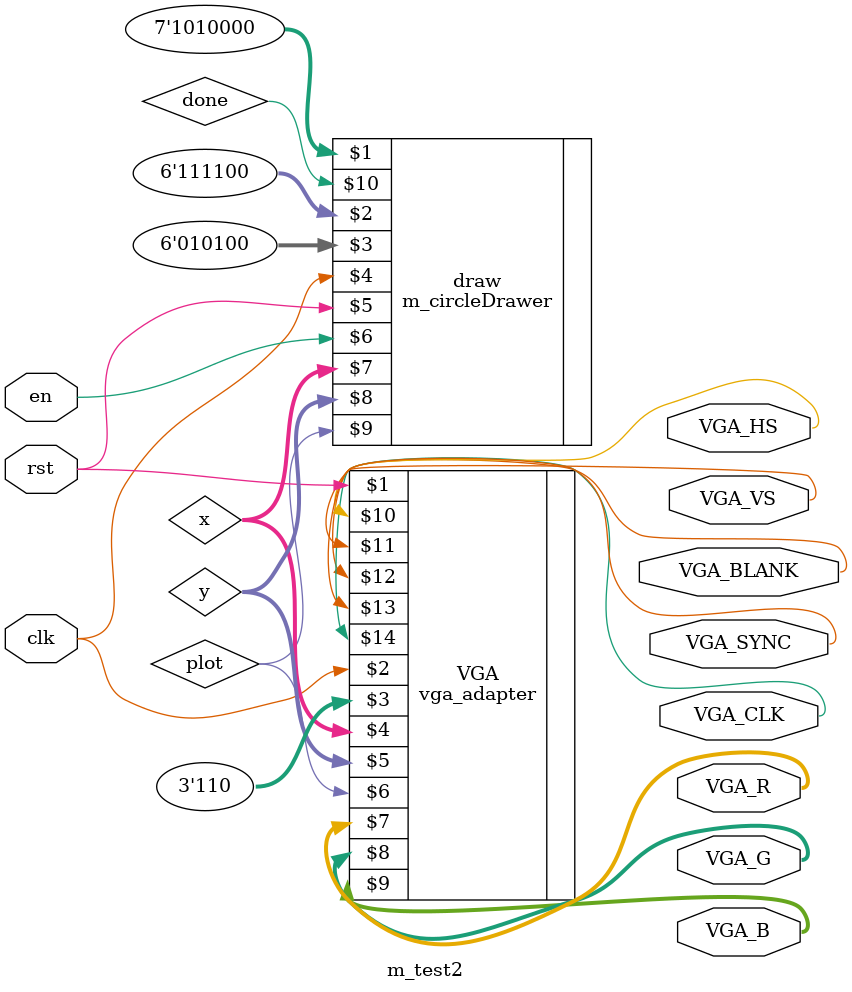
<source format=v>
module m_test2(input clk,
					input rst,
					input en,
					output[7:0]VGA_R,
					output[7:0]VGA_G,
					output[7:0]VGA_B,
					output VGA_HS,
					output VGA_VS,
					output VGA_BLANK,
					output VGA_SYNC,
					output VGA_CLK);
					
wire[7:0] x;
wire[6:0] y;
wire plot;
wire done;


m_circleDrawer draw(7'd80, 6'd60, 6'd20, clk,rst,en, x, y, plot, done);
vga_adapter VGA(rst,clk,3'd6,x,y,plot,
			VGA_R,
			VGA_G,
			VGA_B,
			VGA_HS,
			VGA_VS,
			VGA_BLANK,
			VGA_SYNC,
			VGA_CLK);
		defparam VGA.RESOLUTION = "160x120";
		defparam VGA.MONOCHROME = "FALSE";
		defparam VGA.BITS_PER_COLOUR_CHANNEL = 1;
		defparam VGA.USING_DE1 = "TRUE";




endmodule
</source>
